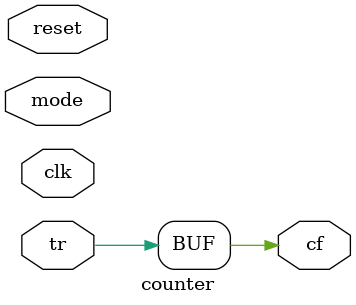
<source format=v>
module counter (
    input clk,
    input reset,
    input tr,
    output cf,
    input mode);

    parameter t_value = 1;

    assign cf = tr;

endmodule

</source>
